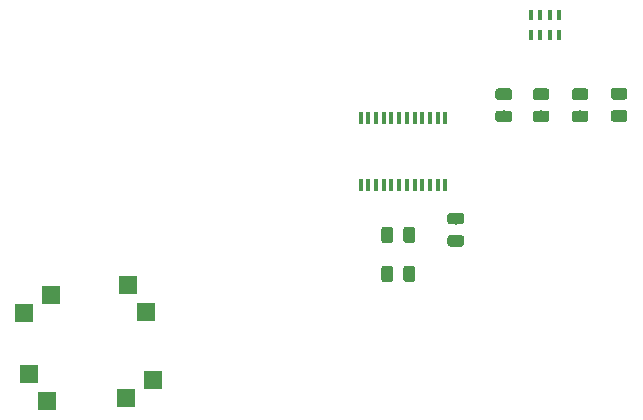
<source format=gbr>
G04 #@! TF.GenerationSoftware,KiCad,Pcbnew,5.0.2-bee76a0~70~ubuntu16.04.1*
G04 #@! TF.CreationDate,2020-01-03T14:39:20-08:00*
G04 #@! TF.ProjectId,Cap_touch_test,4361705f-746f-4756-9368-5f746573742e,rev?*
G04 #@! TF.SameCoordinates,Original*
G04 #@! TF.FileFunction,Paste,Top*
G04 #@! TF.FilePolarity,Positive*
%FSLAX46Y46*%
G04 Gerber Fmt 4.6, Leading zero omitted, Abs format (unit mm)*
G04 Created by KiCad (PCBNEW 5.0.2-bee76a0~70~ubuntu16.04.1) date Fri 03 Jan 2020 14:39:20 PST*
%MOMM*%
%LPD*%
G01*
G04 APERTURE LIST*
%ADD10C,0.100000*%
%ADD11C,0.975000*%
%ADD12R,0.400000X0.900000*%
%ADD13R,0.400000X1.100000*%
%ADD14R,1.524000X1.524000*%
G04 APERTURE END LIST*
D10*
G04 #@! TO.C,C1*
G36*
X92301142Y-34819674D02*
X92324803Y-34823184D01*
X92348007Y-34828996D01*
X92370529Y-34837054D01*
X92392153Y-34847282D01*
X92412670Y-34859579D01*
X92431883Y-34873829D01*
X92449607Y-34889893D01*
X92465671Y-34907617D01*
X92479921Y-34926830D01*
X92492218Y-34947347D01*
X92502446Y-34968971D01*
X92510504Y-34991493D01*
X92516316Y-35014697D01*
X92519826Y-35038358D01*
X92521000Y-35062250D01*
X92521000Y-35549750D01*
X92519826Y-35573642D01*
X92516316Y-35597303D01*
X92510504Y-35620507D01*
X92502446Y-35643029D01*
X92492218Y-35664653D01*
X92479921Y-35685170D01*
X92465671Y-35704383D01*
X92449607Y-35722107D01*
X92431883Y-35738171D01*
X92412670Y-35752421D01*
X92392153Y-35764718D01*
X92370529Y-35774946D01*
X92348007Y-35783004D01*
X92324803Y-35788816D01*
X92301142Y-35792326D01*
X92277250Y-35793500D01*
X91364750Y-35793500D01*
X91340858Y-35792326D01*
X91317197Y-35788816D01*
X91293993Y-35783004D01*
X91271471Y-35774946D01*
X91249847Y-35764718D01*
X91229330Y-35752421D01*
X91210117Y-35738171D01*
X91192393Y-35722107D01*
X91176329Y-35704383D01*
X91162079Y-35685170D01*
X91149782Y-35664653D01*
X91139554Y-35643029D01*
X91131496Y-35620507D01*
X91125684Y-35597303D01*
X91122174Y-35573642D01*
X91121000Y-35549750D01*
X91121000Y-35062250D01*
X91122174Y-35038358D01*
X91125684Y-35014697D01*
X91131496Y-34991493D01*
X91139554Y-34968971D01*
X91149782Y-34947347D01*
X91162079Y-34926830D01*
X91176329Y-34907617D01*
X91192393Y-34889893D01*
X91210117Y-34873829D01*
X91229330Y-34859579D01*
X91249847Y-34847282D01*
X91271471Y-34837054D01*
X91293993Y-34828996D01*
X91317197Y-34823184D01*
X91340858Y-34819674D01*
X91364750Y-34818500D01*
X92277250Y-34818500D01*
X92301142Y-34819674D01*
X92301142Y-34819674D01*
G37*
D11*
X91821000Y-35306000D03*
D10*
G36*
X92301142Y-32944674D02*
X92324803Y-32948184D01*
X92348007Y-32953996D01*
X92370529Y-32962054D01*
X92392153Y-32972282D01*
X92412670Y-32984579D01*
X92431883Y-32998829D01*
X92449607Y-33014893D01*
X92465671Y-33032617D01*
X92479921Y-33051830D01*
X92492218Y-33072347D01*
X92502446Y-33093971D01*
X92510504Y-33116493D01*
X92516316Y-33139697D01*
X92519826Y-33163358D01*
X92521000Y-33187250D01*
X92521000Y-33674750D01*
X92519826Y-33698642D01*
X92516316Y-33722303D01*
X92510504Y-33745507D01*
X92502446Y-33768029D01*
X92492218Y-33789653D01*
X92479921Y-33810170D01*
X92465671Y-33829383D01*
X92449607Y-33847107D01*
X92431883Y-33863171D01*
X92412670Y-33877421D01*
X92392153Y-33889718D01*
X92370529Y-33899946D01*
X92348007Y-33908004D01*
X92324803Y-33913816D01*
X92301142Y-33917326D01*
X92277250Y-33918500D01*
X91364750Y-33918500D01*
X91340858Y-33917326D01*
X91317197Y-33913816D01*
X91293993Y-33908004D01*
X91271471Y-33899946D01*
X91249847Y-33889718D01*
X91229330Y-33877421D01*
X91210117Y-33863171D01*
X91192393Y-33847107D01*
X91176329Y-33829383D01*
X91162079Y-33810170D01*
X91149782Y-33789653D01*
X91139554Y-33768029D01*
X91131496Y-33745507D01*
X91125684Y-33722303D01*
X91122174Y-33698642D01*
X91121000Y-33674750D01*
X91121000Y-33187250D01*
X91122174Y-33163358D01*
X91125684Y-33139697D01*
X91131496Y-33116493D01*
X91139554Y-33093971D01*
X91149782Y-33072347D01*
X91162079Y-33051830D01*
X91176329Y-33032617D01*
X91192393Y-33014893D01*
X91210117Y-32998829D01*
X91229330Y-32984579D01*
X91249847Y-32972282D01*
X91271471Y-32962054D01*
X91293993Y-32953996D01*
X91317197Y-32948184D01*
X91340858Y-32944674D01*
X91364750Y-32943500D01*
X92277250Y-32943500D01*
X92301142Y-32944674D01*
X92301142Y-32944674D01*
G37*
D11*
X91821000Y-33431000D03*
G04 #@! TD*
D10*
G04 #@! TO.C,C6*
G36*
X86276642Y-37401174D02*
X86300303Y-37404684D01*
X86323507Y-37410496D01*
X86346029Y-37418554D01*
X86367653Y-37428782D01*
X86388170Y-37441079D01*
X86407383Y-37455329D01*
X86425107Y-37471393D01*
X86441171Y-37489117D01*
X86455421Y-37508330D01*
X86467718Y-37528847D01*
X86477946Y-37550471D01*
X86486004Y-37572993D01*
X86491816Y-37596197D01*
X86495326Y-37619858D01*
X86496500Y-37643750D01*
X86496500Y-38556250D01*
X86495326Y-38580142D01*
X86491816Y-38603803D01*
X86486004Y-38627007D01*
X86477946Y-38649529D01*
X86467718Y-38671153D01*
X86455421Y-38691670D01*
X86441171Y-38710883D01*
X86425107Y-38728607D01*
X86407383Y-38744671D01*
X86388170Y-38758921D01*
X86367653Y-38771218D01*
X86346029Y-38781446D01*
X86323507Y-38789504D01*
X86300303Y-38795316D01*
X86276642Y-38798826D01*
X86252750Y-38800000D01*
X85765250Y-38800000D01*
X85741358Y-38798826D01*
X85717697Y-38795316D01*
X85694493Y-38789504D01*
X85671971Y-38781446D01*
X85650347Y-38771218D01*
X85629830Y-38758921D01*
X85610617Y-38744671D01*
X85592893Y-38728607D01*
X85576829Y-38710883D01*
X85562579Y-38691670D01*
X85550282Y-38671153D01*
X85540054Y-38649529D01*
X85531996Y-38627007D01*
X85526184Y-38603803D01*
X85522674Y-38580142D01*
X85521500Y-38556250D01*
X85521500Y-37643750D01*
X85522674Y-37619858D01*
X85526184Y-37596197D01*
X85531996Y-37572993D01*
X85540054Y-37550471D01*
X85550282Y-37528847D01*
X85562579Y-37508330D01*
X85576829Y-37489117D01*
X85592893Y-37471393D01*
X85610617Y-37455329D01*
X85629830Y-37441079D01*
X85650347Y-37428782D01*
X85671971Y-37418554D01*
X85694493Y-37410496D01*
X85717697Y-37404684D01*
X85741358Y-37401174D01*
X85765250Y-37400000D01*
X86252750Y-37400000D01*
X86276642Y-37401174D01*
X86276642Y-37401174D01*
G37*
D11*
X86009000Y-38100000D03*
D10*
G36*
X88151642Y-37401174D02*
X88175303Y-37404684D01*
X88198507Y-37410496D01*
X88221029Y-37418554D01*
X88242653Y-37428782D01*
X88263170Y-37441079D01*
X88282383Y-37455329D01*
X88300107Y-37471393D01*
X88316171Y-37489117D01*
X88330421Y-37508330D01*
X88342718Y-37528847D01*
X88352946Y-37550471D01*
X88361004Y-37572993D01*
X88366816Y-37596197D01*
X88370326Y-37619858D01*
X88371500Y-37643750D01*
X88371500Y-38556250D01*
X88370326Y-38580142D01*
X88366816Y-38603803D01*
X88361004Y-38627007D01*
X88352946Y-38649529D01*
X88342718Y-38671153D01*
X88330421Y-38691670D01*
X88316171Y-38710883D01*
X88300107Y-38728607D01*
X88282383Y-38744671D01*
X88263170Y-38758921D01*
X88242653Y-38771218D01*
X88221029Y-38781446D01*
X88198507Y-38789504D01*
X88175303Y-38795316D01*
X88151642Y-38798826D01*
X88127750Y-38800000D01*
X87640250Y-38800000D01*
X87616358Y-38798826D01*
X87592697Y-38795316D01*
X87569493Y-38789504D01*
X87546971Y-38781446D01*
X87525347Y-38771218D01*
X87504830Y-38758921D01*
X87485617Y-38744671D01*
X87467893Y-38728607D01*
X87451829Y-38710883D01*
X87437579Y-38691670D01*
X87425282Y-38671153D01*
X87415054Y-38649529D01*
X87406996Y-38627007D01*
X87401184Y-38603803D01*
X87397674Y-38580142D01*
X87396500Y-38556250D01*
X87396500Y-37643750D01*
X87397674Y-37619858D01*
X87401184Y-37596197D01*
X87406996Y-37572993D01*
X87415054Y-37550471D01*
X87425282Y-37528847D01*
X87437579Y-37508330D01*
X87451829Y-37489117D01*
X87467893Y-37471393D01*
X87485617Y-37455329D01*
X87504830Y-37441079D01*
X87525347Y-37428782D01*
X87546971Y-37418554D01*
X87569493Y-37410496D01*
X87592697Y-37404684D01*
X87616358Y-37401174D01*
X87640250Y-37400000D01*
X88127750Y-37400000D01*
X88151642Y-37401174D01*
X88151642Y-37401174D01*
G37*
D11*
X87884000Y-38100000D03*
G04 #@! TD*
D10*
G04 #@! TO.C,C7*
G36*
X88151642Y-34099174D02*
X88175303Y-34102684D01*
X88198507Y-34108496D01*
X88221029Y-34116554D01*
X88242653Y-34126782D01*
X88263170Y-34139079D01*
X88282383Y-34153329D01*
X88300107Y-34169393D01*
X88316171Y-34187117D01*
X88330421Y-34206330D01*
X88342718Y-34226847D01*
X88352946Y-34248471D01*
X88361004Y-34270993D01*
X88366816Y-34294197D01*
X88370326Y-34317858D01*
X88371500Y-34341750D01*
X88371500Y-35254250D01*
X88370326Y-35278142D01*
X88366816Y-35301803D01*
X88361004Y-35325007D01*
X88352946Y-35347529D01*
X88342718Y-35369153D01*
X88330421Y-35389670D01*
X88316171Y-35408883D01*
X88300107Y-35426607D01*
X88282383Y-35442671D01*
X88263170Y-35456921D01*
X88242653Y-35469218D01*
X88221029Y-35479446D01*
X88198507Y-35487504D01*
X88175303Y-35493316D01*
X88151642Y-35496826D01*
X88127750Y-35498000D01*
X87640250Y-35498000D01*
X87616358Y-35496826D01*
X87592697Y-35493316D01*
X87569493Y-35487504D01*
X87546971Y-35479446D01*
X87525347Y-35469218D01*
X87504830Y-35456921D01*
X87485617Y-35442671D01*
X87467893Y-35426607D01*
X87451829Y-35408883D01*
X87437579Y-35389670D01*
X87425282Y-35369153D01*
X87415054Y-35347529D01*
X87406996Y-35325007D01*
X87401184Y-35301803D01*
X87397674Y-35278142D01*
X87396500Y-35254250D01*
X87396500Y-34341750D01*
X87397674Y-34317858D01*
X87401184Y-34294197D01*
X87406996Y-34270993D01*
X87415054Y-34248471D01*
X87425282Y-34226847D01*
X87437579Y-34206330D01*
X87451829Y-34187117D01*
X87467893Y-34169393D01*
X87485617Y-34153329D01*
X87504830Y-34139079D01*
X87525347Y-34126782D01*
X87546971Y-34116554D01*
X87569493Y-34108496D01*
X87592697Y-34102684D01*
X87616358Y-34099174D01*
X87640250Y-34098000D01*
X88127750Y-34098000D01*
X88151642Y-34099174D01*
X88151642Y-34099174D01*
G37*
D11*
X87884000Y-34798000D03*
D10*
G36*
X86276642Y-34099174D02*
X86300303Y-34102684D01*
X86323507Y-34108496D01*
X86346029Y-34116554D01*
X86367653Y-34126782D01*
X86388170Y-34139079D01*
X86407383Y-34153329D01*
X86425107Y-34169393D01*
X86441171Y-34187117D01*
X86455421Y-34206330D01*
X86467718Y-34226847D01*
X86477946Y-34248471D01*
X86486004Y-34270993D01*
X86491816Y-34294197D01*
X86495326Y-34317858D01*
X86496500Y-34341750D01*
X86496500Y-35254250D01*
X86495326Y-35278142D01*
X86491816Y-35301803D01*
X86486004Y-35325007D01*
X86477946Y-35347529D01*
X86467718Y-35369153D01*
X86455421Y-35389670D01*
X86441171Y-35408883D01*
X86425107Y-35426607D01*
X86407383Y-35442671D01*
X86388170Y-35456921D01*
X86367653Y-35469218D01*
X86346029Y-35479446D01*
X86323507Y-35487504D01*
X86300303Y-35493316D01*
X86276642Y-35496826D01*
X86252750Y-35498000D01*
X85765250Y-35498000D01*
X85741358Y-35496826D01*
X85717697Y-35493316D01*
X85694493Y-35487504D01*
X85671971Y-35479446D01*
X85650347Y-35469218D01*
X85629830Y-35456921D01*
X85610617Y-35442671D01*
X85592893Y-35426607D01*
X85576829Y-35408883D01*
X85562579Y-35389670D01*
X85550282Y-35369153D01*
X85540054Y-35347529D01*
X85531996Y-35325007D01*
X85526184Y-35301803D01*
X85522674Y-35278142D01*
X85521500Y-35254250D01*
X85521500Y-34341750D01*
X85522674Y-34317858D01*
X85526184Y-34294197D01*
X85531996Y-34270993D01*
X85540054Y-34248471D01*
X85550282Y-34226847D01*
X85562579Y-34206330D01*
X85576829Y-34187117D01*
X85592893Y-34169393D01*
X85610617Y-34153329D01*
X85629830Y-34139079D01*
X85650347Y-34126782D01*
X85671971Y-34116554D01*
X85694493Y-34108496D01*
X85717697Y-34102684D01*
X85741358Y-34099174D01*
X85765250Y-34098000D01*
X86252750Y-34098000D01*
X86276642Y-34099174D01*
X86276642Y-34099174D01*
G37*
D11*
X86009000Y-34798000D03*
G04 #@! TD*
D10*
G04 #@! TO.C,D1*
G36*
X96365142Y-24278674D02*
X96388803Y-24282184D01*
X96412007Y-24287996D01*
X96434529Y-24296054D01*
X96456153Y-24306282D01*
X96476670Y-24318579D01*
X96495883Y-24332829D01*
X96513607Y-24348893D01*
X96529671Y-24366617D01*
X96543921Y-24385830D01*
X96556218Y-24406347D01*
X96566446Y-24427971D01*
X96574504Y-24450493D01*
X96580316Y-24473697D01*
X96583826Y-24497358D01*
X96585000Y-24521250D01*
X96585000Y-25008750D01*
X96583826Y-25032642D01*
X96580316Y-25056303D01*
X96574504Y-25079507D01*
X96566446Y-25102029D01*
X96556218Y-25123653D01*
X96543921Y-25144170D01*
X96529671Y-25163383D01*
X96513607Y-25181107D01*
X96495883Y-25197171D01*
X96476670Y-25211421D01*
X96456153Y-25223718D01*
X96434529Y-25233946D01*
X96412007Y-25242004D01*
X96388803Y-25247816D01*
X96365142Y-25251326D01*
X96341250Y-25252500D01*
X95428750Y-25252500D01*
X95404858Y-25251326D01*
X95381197Y-25247816D01*
X95357993Y-25242004D01*
X95335471Y-25233946D01*
X95313847Y-25223718D01*
X95293330Y-25211421D01*
X95274117Y-25197171D01*
X95256393Y-25181107D01*
X95240329Y-25163383D01*
X95226079Y-25144170D01*
X95213782Y-25123653D01*
X95203554Y-25102029D01*
X95195496Y-25079507D01*
X95189684Y-25056303D01*
X95186174Y-25032642D01*
X95185000Y-25008750D01*
X95185000Y-24521250D01*
X95186174Y-24497358D01*
X95189684Y-24473697D01*
X95195496Y-24450493D01*
X95203554Y-24427971D01*
X95213782Y-24406347D01*
X95226079Y-24385830D01*
X95240329Y-24366617D01*
X95256393Y-24348893D01*
X95274117Y-24332829D01*
X95293330Y-24318579D01*
X95313847Y-24306282D01*
X95335471Y-24296054D01*
X95357993Y-24287996D01*
X95381197Y-24282184D01*
X95404858Y-24278674D01*
X95428750Y-24277500D01*
X96341250Y-24277500D01*
X96365142Y-24278674D01*
X96365142Y-24278674D01*
G37*
D11*
X95885000Y-24765000D03*
D10*
G36*
X96365142Y-22403674D02*
X96388803Y-22407184D01*
X96412007Y-22412996D01*
X96434529Y-22421054D01*
X96456153Y-22431282D01*
X96476670Y-22443579D01*
X96495883Y-22457829D01*
X96513607Y-22473893D01*
X96529671Y-22491617D01*
X96543921Y-22510830D01*
X96556218Y-22531347D01*
X96566446Y-22552971D01*
X96574504Y-22575493D01*
X96580316Y-22598697D01*
X96583826Y-22622358D01*
X96585000Y-22646250D01*
X96585000Y-23133750D01*
X96583826Y-23157642D01*
X96580316Y-23181303D01*
X96574504Y-23204507D01*
X96566446Y-23227029D01*
X96556218Y-23248653D01*
X96543921Y-23269170D01*
X96529671Y-23288383D01*
X96513607Y-23306107D01*
X96495883Y-23322171D01*
X96476670Y-23336421D01*
X96456153Y-23348718D01*
X96434529Y-23358946D01*
X96412007Y-23367004D01*
X96388803Y-23372816D01*
X96365142Y-23376326D01*
X96341250Y-23377500D01*
X95428750Y-23377500D01*
X95404858Y-23376326D01*
X95381197Y-23372816D01*
X95357993Y-23367004D01*
X95335471Y-23358946D01*
X95313847Y-23348718D01*
X95293330Y-23336421D01*
X95274117Y-23322171D01*
X95256393Y-23306107D01*
X95240329Y-23288383D01*
X95226079Y-23269170D01*
X95213782Y-23248653D01*
X95203554Y-23227029D01*
X95195496Y-23204507D01*
X95189684Y-23181303D01*
X95186174Y-23157642D01*
X95185000Y-23133750D01*
X95185000Y-22646250D01*
X95186174Y-22622358D01*
X95189684Y-22598697D01*
X95195496Y-22575493D01*
X95203554Y-22552971D01*
X95213782Y-22531347D01*
X95226079Y-22510830D01*
X95240329Y-22491617D01*
X95256393Y-22473893D01*
X95274117Y-22457829D01*
X95293330Y-22443579D01*
X95313847Y-22431282D01*
X95335471Y-22421054D01*
X95357993Y-22412996D01*
X95381197Y-22407184D01*
X95404858Y-22403674D01*
X95428750Y-22402500D01*
X96341250Y-22402500D01*
X96365142Y-22403674D01*
X96365142Y-22403674D01*
G37*
D11*
X95885000Y-22890000D03*
G04 #@! TD*
D10*
G04 #@! TO.C,D2*
G36*
X99540142Y-22403674D02*
X99563803Y-22407184D01*
X99587007Y-22412996D01*
X99609529Y-22421054D01*
X99631153Y-22431282D01*
X99651670Y-22443579D01*
X99670883Y-22457829D01*
X99688607Y-22473893D01*
X99704671Y-22491617D01*
X99718921Y-22510830D01*
X99731218Y-22531347D01*
X99741446Y-22552971D01*
X99749504Y-22575493D01*
X99755316Y-22598697D01*
X99758826Y-22622358D01*
X99760000Y-22646250D01*
X99760000Y-23133750D01*
X99758826Y-23157642D01*
X99755316Y-23181303D01*
X99749504Y-23204507D01*
X99741446Y-23227029D01*
X99731218Y-23248653D01*
X99718921Y-23269170D01*
X99704671Y-23288383D01*
X99688607Y-23306107D01*
X99670883Y-23322171D01*
X99651670Y-23336421D01*
X99631153Y-23348718D01*
X99609529Y-23358946D01*
X99587007Y-23367004D01*
X99563803Y-23372816D01*
X99540142Y-23376326D01*
X99516250Y-23377500D01*
X98603750Y-23377500D01*
X98579858Y-23376326D01*
X98556197Y-23372816D01*
X98532993Y-23367004D01*
X98510471Y-23358946D01*
X98488847Y-23348718D01*
X98468330Y-23336421D01*
X98449117Y-23322171D01*
X98431393Y-23306107D01*
X98415329Y-23288383D01*
X98401079Y-23269170D01*
X98388782Y-23248653D01*
X98378554Y-23227029D01*
X98370496Y-23204507D01*
X98364684Y-23181303D01*
X98361174Y-23157642D01*
X98360000Y-23133750D01*
X98360000Y-22646250D01*
X98361174Y-22622358D01*
X98364684Y-22598697D01*
X98370496Y-22575493D01*
X98378554Y-22552971D01*
X98388782Y-22531347D01*
X98401079Y-22510830D01*
X98415329Y-22491617D01*
X98431393Y-22473893D01*
X98449117Y-22457829D01*
X98468330Y-22443579D01*
X98488847Y-22431282D01*
X98510471Y-22421054D01*
X98532993Y-22412996D01*
X98556197Y-22407184D01*
X98579858Y-22403674D01*
X98603750Y-22402500D01*
X99516250Y-22402500D01*
X99540142Y-22403674D01*
X99540142Y-22403674D01*
G37*
D11*
X99060000Y-22890000D03*
D10*
G36*
X99540142Y-24278674D02*
X99563803Y-24282184D01*
X99587007Y-24287996D01*
X99609529Y-24296054D01*
X99631153Y-24306282D01*
X99651670Y-24318579D01*
X99670883Y-24332829D01*
X99688607Y-24348893D01*
X99704671Y-24366617D01*
X99718921Y-24385830D01*
X99731218Y-24406347D01*
X99741446Y-24427971D01*
X99749504Y-24450493D01*
X99755316Y-24473697D01*
X99758826Y-24497358D01*
X99760000Y-24521250D01*
X99760000Y-25008750D01*
X99758826Y-25032642D01*
X99755316Y-25056303D01*
X99749504Y-25079507D01*
X99741446Y-25102029D01*
X99731218Y-25123653D01*
X99718921Y-25144170D01*
X99704671Y-25163383D01*
X99688607Y-25181107D01*
X99670883Y-25197171D01*
X99651670Y-25211421D01*
X99631153Y-25223718D01*
X99609529Y-25233946D01*
X99587007Y-25242004D01*
X99563803Y-25247816D01*
X99540142Y-25251326D01*
X99516250Y-25252500D01*
X98603750Y-25252500D01*
X98579858Y-25251326D01*
X98556197Y-25247816D01*
X98532993Y-25242004D01*
X98510471Y-25233946D01*
X98488847Y-25223718D01*
X98468330Y-25211421D01*
X98449117Y-25197171D01*
X98431393Y-25181107D01*
X98415329Y-25163383D01*
X98401079Y-25144170D01*
X98388782Y-25123653D01*
X98378554Y-25102029D01*
X98370496Y-25079507D01*
X98364684Y-25056303D01*
X98361174Y-25032642D01*
X98360000Y-25008750D01*
X98360000Y-24521250D01*
X98361174Y-24497358D01*
X98364684Y-24473697D01*
X98370496Y-24450493D01*
X98378554Y-24427971D01*
X98388782Y-24406347D01*
X98401079Y-24385830D01*
X98415329Y-24366617D01*
X98431393Y-24348893D01*
X98449117Y-24332829D01*
X98468330Y-24318579D01*
X98488847Y-24306282D01*
X98510471Y-24296054D01*
X98532993Y-24287996D01*
X98556197Y-24282184D01*
X98579858Y-24278674D01*
X98603750Y-24277500D01*
X99516250Y-24277500D01*
X99540142Y-24278674D01*
X99540142Y-24278674D01*
G37*
D11*
X99060000Y-24765000D03*
G04 #@! TD*
D10*
G04 #@! TO.C,D3*
G36*
X102842142Y-24278674D02*
X102865803Y-24282184D01*
X102889007Y-24287996D01*
X102911529Y-24296054D01*
X102933153Y-24306282D01*
X102953670Y-24318579D01*
X102972883Y-24332829D01*
X102990607Y-24348893D01*
X103006671Y-24366617D01*
X103020921Y-24385830D01*
X103033218Y-24406347D01*
X103043446Y-24427971D01*
X103051504Y-24450493D01*
X103057316Y-24473697D01*
X103060826Y-24497358D01*
X103062000Y-24521250D01*
X103062000Y-25008750D01*
X103060826Y-25032642D01*
X103057316Y-25056303D01*
X103051504Y-25079507D01*
X103043446Y-25102029D01*
X103033218Y-25123653D01*
X103020921Y-25144170D01*
X103006671Y-25163383D01*
X102990607Y-25181107D01*
X102972883Y-25197171D01*
X102953670Y-25211421D01*
X102933153Y-25223718D01*
X102911529Y-25233946D01*
X102889007Y-25242004D01*
X102865803Y-25247816D01*
X102842142Y-25251326D01*
X102818250Y-25252500D01*
X101905750Y-25252500D01*
X101881858Y-25251326D01*
X101858197Y-25247816D01*
X101834993Y-25242004D01*
X101812471Y-25233946D01*
X101790847Y-25223718D01*
X101770330Y-25211421D01*
X101751117Y-25197171D01*
X101733393Y-25181107D01*
X101717329Y-25163383D01*
X101703079Y-25144170D01*
X101690782Y-25123653D01*
X101680554Y-25102029D01*
X101672496Y-25079507D01*
X101666684Y-25056303D01*
X101663174Y-25032642D01*
X101662000Y-25008750D01*
X101662000Y-24521250D01*
X101663174Y-24497358D01*
X101666684Y-24473697D01*
X101672496Y-24450493D01*
X101680554Y-24427971D01*
X101690782Y-24406347D01*
X101703079Y-24385830D01*
X101717329Y-24366617D01*
X101733393Y-24348893D01*
X101751117Y-24332829D01*
X101770330Y-24318579D01*
X101790847Y-24306282D01*
X101812471Y-24296054D01*
X101834993Y-24287996D01*
X101858197Y-24282184D01*
X101881858Y-24278674D01*
X101905750Y-24277500D01*
X102818250Y-24277500D01*
X102842142Y-24278674D01*
X102842142Y-24278674D01*
G37*
D11*
X102362000Y-24765000D03*
D10*
G36*
X102842142Y-22403674D02*
X102865803Y-22407184D01*
X102889007Y-22412996D01*
X102911529Y-22421054D01*
X102933153Y-22431282D01*
X102953670Y-22443579D01*
X102972883Y-22457829D01*
X102990607Y-22473893D01*
X103006671Y-22491617D01*
X103020921Y-22510830D01*
X103033218Y-22531347D01*
X103043446Y-22552971D01*
X103051504Y-22575493D01*
X103057316Y-22598697D01*
X103060826Y-22622358D01*
X103062000Y-22646250D01*
X103062000Y-23133750D01*
X103060826Y-23157642D01*
X103057316Y-23181303D01*
X103051504Y-23204507D01*
X103043446Y-23227029D01*
X103033218Y-23248653D01*
X103020921Y-23269170D01*
X103006671Y-23288383D01*
X102990607Y-23306107D01*
X102972883Y-23322171D01*
X102953670Y-23336421D01*
X102933153Y-23348718D01*
X102911529Y-23358946D01*
X102889007Y-23367004D01*
X102865803Y-23372816D01*
X102842142Y-23376326D01*
X102818250Y-23377500D01*
X101905750Y-23377500D01*
X101881858Y-23376326D01*
X101858197Y-23372816D01*
X101834993Y-23367004D01*
X101812471Y-23358946D01*
X101790847Y-23348718D01*
X101770330Y-23336421D01*
X101751117Y-23322171D01*
X101733393Y-23306107D01*
X101717329Y-23288383D01*
X101703079Y-23269170D01*
X101690782Y-23248653D01*
X101680554Y-23227029D01*
X101672496Y-23204507D01*
X101666684Y-23181303D01*
X101663174Y-23157642D01*
X101662000Y-23133750D01*
X101662000Y-22646250D01*
X101663174Y-22622358D01*
X101666684Y-22598697D01*
X101672496Y-22575493D01*
X101680554Y-22552971D01*
X101690782Y-22531347D01*
X101703079Y-22510830D01*
X101717329Y-22491617D01*
X101733393Y-22473893D01*
X101751117Y-22457829D01*
X101770330Y-22443579D01*
X101790847Y-22431282D01*
X101812471Y-22421054D01*
X101834993Y-22412996D01*
X101858197Y-22407184D01*
X101881858Y-22403674D01*
X101905750Y-22402500D01*
X102818250Y-22402500D01*
X102842142Y-22403674D01*
X102842142Y-22403674D01*
G37*
D11*
X102362000Y-22890000D03*
G04 #@! TD*
D10*
G04 #@! TO.C,D4*
G36*
X106144142Y-22373674D02*
X106167803Y-22377184D01*
X106191007Y-22382996D01*
X106213529Y-22391054D01*
X106235153Y-22401282D01*
X106255670Y-22413579D01*
X106274883Y-22427829D01*
X106292607Y-22443893D01*
X106308671Y-22461617D01*
X106322921Y-22480830D01*
X106335218Y-22501347D01*
X106345446Y-22522971D01*
X106353504Y-22545493D01*
X106359316Y-22568697D01*
X106362826Y-22592358D01*
X106364000Y-22616250D01*
X106364000Y-23103750D01*
X106362826Y-23127642D01*
X106359316Y-23151303D01*
X106353504Y-23174507D01*
X106345446Y-23197029D01*
X106335218Y-23218653D01*
X106322921Y-23239170D01*
X106308671Y-23258383D01*
X106292607Y-23276107D01*
X106274883Y-23292171D01*
X106255670Y-23306421D01*
X106235153Y-23318718D01*
X106213529Y-23328946D01*
X106191007Y-23337004D01*
X106167803Y-23342816D01*
X106144142Y-23346326D01*
X106120250Y-23347500D01*
X105207750Y-23347500D01*
X105183858Y-23346326D01*
X105160197Y-23342816D01*
X105136993Y-23337004D01*
X105114471Y-23328946D01*
X105092847Y-23318718D01*
X105072330Y-23306421D01*
X105053117Y-23292171D01*
X105035393Y-23276107D01*
X105019329Y-23258383D01*
X105005079Y-23239170D01*
X104992782Y-23218653D01*
X104982554Y-23197029D01*
X104974496Y-23174507D01*
X104968684Y-23151303D01*
X104965174Y-23127642D01*
X104964000Y-23103750D01*
X104964000Y-22616250D01*
X104965174Y-22592358D01*
X104968684Y-22568697D01*
X104974496Y-22545493D01*
X104982554Y-22522971D01*
X104992782Y-22501347D01*
X105005079Y-22480830D01*
X105019329Y-22461617D01*
X105035393Y-22443893D01*
X105053117Y-22427829D01*
X105072330Y-22413579D01*
X105092847Y-22401282D01*
X105114471Y-22391054D01*
X105136993Y-22382996D01*
X105160197Y-22377184D01*
X105183858Y-22373674D01*
X105207750Y-22372500D01*
X106120250Y-22372500D01*
X106144142Y-22373674D01*
X106144142Y-22373674D01*
G37*
D11*
X105664000Y-22860000D03*
D10*
G36*
X106144142Y-24248674D02*
X106167803Y-24252184D01*
X106191007Y-24257996D01*
X106213529Y-24266054D01*
X106235153Y-24276282D01*
X106255670Y-24288579D01*
X106274883Y-24302829D01*
X106292607Y-24318893D01*
X106308671Y-24336617D01*
X106322921Y-24355830D01*
X106335218Y-24376347D01*
X106345446Y-24397971D01*
X106353504Y-24420493D01*
X106359316Y-24443697D01*
X106362826Y-24467358D01*
X106364000Y-24491250D01*
X106364000Y-24978750D01*
X106362826Y-25002642D01*
X106359316Y-25026303D01*
X106353504Y-25049507D01*
X106345446Y-25072029D01*
X106335218Y-25093653D01*
X106322921Y-25114170D01*
X106308671Y-25133383D01*
X106292607Y-25151107D01*
X106274883Y-25167171D01*
X106255670Y-25181421D01*
X106235153Y-25193718D01*
X106213529Y-25203946D01*
X106191007Y-25212004D01*
X106167803Y-25217816D01*
X106144142Y-25221326D01*
X106120250Y-25222500D01*
X105207750Y-25222500D01*
X105183858Y-25221326D01*
X105160197Y-25217816D01*
X105136993Y-25212004D01*
X105114471Y-25203946D01*
X105092847Y-25193718D01*
X105072330Y-25181421D01*
X105053117Y-25167171D01*
X105035393Y-25151107D01*
X105019329Y-25133383D01*
X105005079Y-25114170D01*
X104992782Y-25093653D01*
X104982554Y-25072029D01*
X104974496Y-25049507D01*
X104968684Y-25026303D01*
X104965174Y-25002642D01*
X104964000Y-24978750D01*
X104964000Y-24491250D01*
X104965174Y-24467358D01*
X104968684Y-24443697D01*
X104974496Y-24420493D01*
X104982554Y-24397971D01*
X104992782Y-24376347D01*
X105005079Y-24355830D01*
X105019329Y-24336617D01*
X105035393Y-24318893D01*
X105053117Y-24302829D01*
X105072330Y-24288579D01*
X105092847Y-24276282D01*
X105114471Y-24266054D01*
X105136993Y-24257996D01*
X105160197Y-24252184D01*
X105183858Y-24248674D01*
X105207750Y-24247500D01*
X106120250Y-24247500D01*
X106144142Y-24248674D01*
X106144142Y-24248674D01*
G37*
D11*
X105664000Y-24735000D03*
G04 #@! TD*
D12*
G04 #@! TO.C,RN1*
X98971000Y-17907000D03*
X99771000Y-17907000D03*
X98171000Y-17907000D03*
X100571000Y-17907000D03*
X98171000Y-16207000D03*
X98971000Y-16207000D03*
X99771000Y-16207000D03*
X100571000Y-16207000D03*
G04 #@! TD*
D13*
G04 #@! TO.C,U1*
X90932000Y-24892000D03*
X90282000Y-24892000D03*
X89632000Y-24892000D03*
X88982000Y-24892000D03*
X88332000Y-24892000D03*
X87682000Y-24892000D03*
X87032000Y-24892000D03*
X86382000Y-24892000D03*
X85732000Y-24892000D03*
X85082000Y-24892000D03*
X84432000Y-24892000D03*
X83782000Y-24892000D03*
X83782000Y-30592000D03*
X84432000Y-30592000D03*
X85082000Y-30592000D03*
X85732000Y-30592000D03*
X86382000Y-30592000D03*
X87032000Y-30592000D03*
X87682000Y-30592000D03*
X88332000Y-30592000D03*
X88982000Y-30592000D03*
X89632000Y-30592000D03*
X90282000Y-30592000D03*
X90932000Y-30592000D03*
G04 #@! TD*
D14*
G04 #@! TO.C,C2*
X66217800Y-47066200D03*
X63931800Y-48590200D03*
G04 #@! TD*
G04 #@! TO.C,C3*
X55676800Y-46583600D03*
X57200800Y-48869600D03*
G04 #@! TD*
G04 #@! TO.C,C4*
X55295800Y-41452800D03*
X57581800Y-39928800D03*
G04 #@! TD*
G04 #@! TO.C,C5*
X65633600Y-41325800D03*
X64109600Y-39039800D03*
G04 #@! TD*
M02*

</source>
